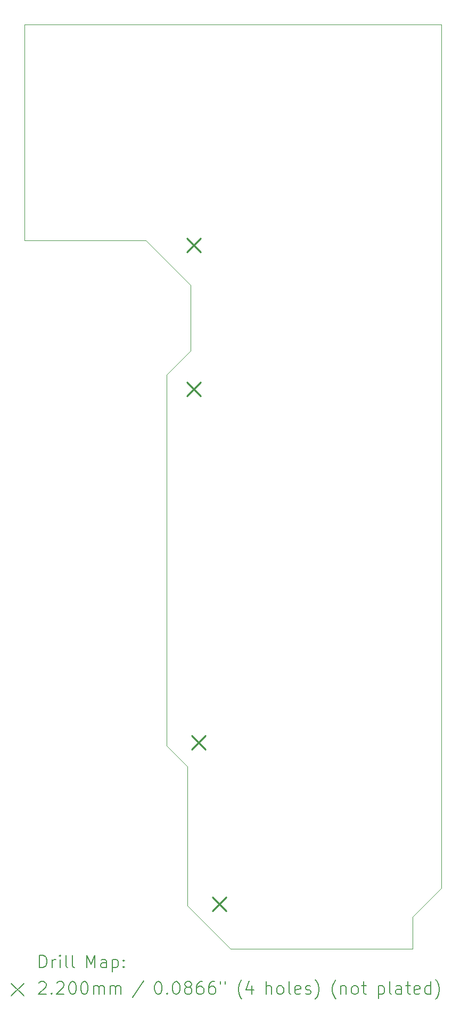
<source format=gbr>
%TF.GenerationSoftware,KiCad,Pcbnew,(7.99.0-200-gad838e3d73)*%
%TF.CreationDate,2024-03-07T11:34:17+07:00*%
%TF.ProjectId,WMS_PCB1,574d535f-5043-4423-912e-6b696361645f,rev?*%
%TF.SameCoordinates,Original*%
%TF.FileFunction,Drillmap*%
%TF.FilePolarity,Positive*%
%FSLAX45Y45*%
G04 Gerber Fmt 4.5, Leading zero omitted, Abs format (unit mm)*
G04 Created by KiCad (PCBNEW (7.99.0-200-gad838e3d73)) date 2024-03-07 11:34:17*
%MOMM*%
%LPD*%
G01*
G04 APERTURE LIST*
%ADD10C,0.100000*%
%ADD11C,0.200000*%
%ADD12C,0.220000*%
G04 APERTURE END LIST*
D10*
X3810000Y-14579600D02*
X3810000Y-8686800D01*
X1549400Y-3124200D02*
X1676400Y-3124200D01*
X8178800Y-16840200D02*
X7721600Y-17297400D01*
X3810000Y-8686800D02*
X4191000Y-8305800D01*
X1549400Y-6553200D02*
X1549400Y-3124200D01*
X6273800Y-17805400D02*
X7569200Y-17805400D01*
X8178800Y-3124200D02*
X8178800Y-16840200D01*
X4191000Y-7264400D02*
X3479800Y-6553200D01*
X4191000Y-8305800D02*
X4191000Y-7264400D01*
X7569200Y-17805400D02*
X7721600Y-17805400D01*
X4140200Y-14909800D02*
X3810000Y-14579600D01*
X1676400Y-3124200D02*
X8178800Y-3124200D01*
X4826000Y-17805400D02*
X6273800Y-17805400D01*
X7721600Y-17297400D02*
X7721600Y-17805400D01*
X3479800Y-6553200D02*
X1549400Y-6553200D01*
X4826000Y-17805400D02*
X4140200Y-17119600D01*
X4140200Y-17119600D02*
X4140200Y-14909800D01*
D11*
D12*
X4131800Y-6519400D02*
X4351800Y-6739400D01*
X4351800Y-6519400D02*
X4131800Y-6739400D01*
X4131800Y-8805400D02*
X4351800Y-9025400D01*
X4351800Y-8805400D02*
X4131800Y-9025400D01*
X4208000Y-14418800D02*
X4428000Y-14638800D01*
X4428000Y-14418800D02*
X4208000Y-14638800D01*
X4538200Y-16984200D02*
X4758200Y-17204200D01*
X4758200Y-16984200D02*
X4538200Y-17204200D01*
D11*
X1792019Y-18103876D02*
X1792019Y-17903876D01*
X1792019Y-17903876D02*
X1839638Y-17903876D01*
X1839638Y-17903876D02*
X1868209Y-17913400D01*
X1868209Y-17913400D02*
X1887257Y-17932448D01*
X1887257Y-17932448D02*
X1896781Y-17951495D01*
X1896781Y-17951495D02*
X1906305Y-17989590D01*
X1906305Y-17989590D02*
X1906305Y-18018162D01*
X1906305Y-18018162D02*
X1896781Y-18056257D01*
X1896781Y-18056257D02*
X1887257Y-18075305D01*
X1887257Y-18075305D02*
X1868209Y-18094352D01*
X1868209Y-18094352D02*
X1839638Y-18103876D01*
X1839638Y-18103876D02*
X1792019Y-18103876D01*
X1992019Y-18103876D02*
X1992019Y-17970543D01*
X1992019Y-18008638D02*
X2001543Y-17989590D01*
X2001543Y-17989590D02*
X2011067Y-17980067D01*
X2011067Y-17980067D02*
X2030114Y-17970543D01*
X2030114Y-17970543D02*
X2049162Y-17970543D01*
X2115829Y-18103876D02*
X2115829Y-17970543D01*
X2115829Y-17903876D02*
X2106305Y-17913400D01*
X2106305Y-17913400D02*
X2115829Y-17922924D01*
X2115829Y-17922924D02*
X2125352Y-17913400D01*
X2125352Y-17913400D02*
X2115829Y-17903876D01*
X2115829Y-17903876D02*
X2115829Y-17922924D01*
X2239638Y-18103876D02*
X2220590Y-18094352D01*
X2220590Y-18094352D02*
X2211067Y-18075305D01*
X2211067Y-18075305D02*
X2211067Y-17903876D01*
X2344400Y-18103876D02*
X2325352Y-18094352D01*
X2325352Y-18094352D02*
X2315829Y-18075305D01*
X2315829Y-18075305D02*
X2315829Y-17903876D01*
X2540590Y-18103876D02*
X2540590Y-17903876D01*
X2540590Y-17903876D02*
X2607257Y-18046733D01*
X2607257Y-18046733D02*
X2673924Y-17903876D01*
X2673924Y-17903876D02*
X2673924Y-18103876D01*
X2854876Y-18103876D02*
X2854876Y-17999114D01*
X2854876Y-17999114D02*
X2845352Y-17980067D01*
X2845352Y-17980067D02*
X2826305Y-17970543D01*
X2826305Y-17970543D02*
X2788209Y-17970543D01*
X2788209Y-17970543D02*
X2769162Y-17980067D01*
X2854876Y-18094352D02*
X2835828Y-18103876D01*
X2835828Y-18103876D02*
X2788209Y-18103876D01*
X2788209Y-18103876D02*
X2769162Y-18094352D01*
X2769162Y-18094352D02*
X2759638Y-18075305D01*
X2759638Y-18075305D02*
X2759638Y-18056257D01*
X2759638Y-18056257D02*
X2769162Y-18037210D01*
X2769162Y-18037210D02*
X2788209Y-18027686D01*
X2788209Y-18027686D02*
X2835828Y-18027686D01*
X2835828Y-18027686D02*
X2854876Y-18018162D01*
X2950114Y-17970543D02*
X2950114Y-18170543D01*
X2950114Y-17980067D02*
X2969162Y-17970543D01*
X2969162Y-17970543D02*
X3007257Y-17970543D01*
X3007257Y-17970543D02*
X3026305Y-17980067D01*
X3026305Y-17980067D02*
X3035828Y-17989590D01*
X3035828Y-17989590D02*
X3045352Y-18008638D01*
X3045352Y-18008638D02*
X3045352Y-18065781D01*
X3045352Y-18065781D02*
X3035828Y-18084829D01*
X3035828Y-18084829D02*
X3026305Y-18094352D01*
X3026305Y-18094352D02*
X3007257Y-18103876D01*
X3007257Y-18103876D02*
X2969162Y-18103876D01*
X2969162Y-18103876D02*
X2950114Y-18094352D01*
X3131067Y-18084829D02*
X3140590Y-18094352D01*
X3140590Y-18094352D02*
X3131067Y-18103876D01*
X3131067Y-18103876D02*
X3121543Y-18094352D01*
X3121543Y-18094352D02*
X3131067Y-18084829D01*
X3131067Y-18084829D02*
X3131067Y-18103876D01*
X3131067Y-17980067D02*
X3140590Y-17989590D01*
X3140590Y-17989590D02*
X3131067Y-17999114D01*
X3131067Y-17999114D02*
X3121543Y-17989590D01*
X3121543Y-17989590D02*
X3131067Y-17980067D01*
X3131067Y-17980067D02*
X3131067Y-17999114D01*
X1344400Y-18350400D02*
X1544400Y-18550400D01*
X1544400Y-18350400D02*
X1344400Y-18550400D01*
X1782495Y-18342924D02*
X1792019Y-18333400D01*
X1792019Y-18333400D02*
X1811067Y-18323876D01*
X1811067Y-18323876D02*
X1858686Y-18323876D01*
X1858686Y-18323876D02*
X1877733Y-18333400D01*
X1877733Y-18333400D02*
X1887257Y-18342924D01*
X1887257Y-18342924D02*
X1896781Y-18361971D01*
X1896781Y-18361971D02*
X1896781Y-18381019D01*
X1896781Y-18381019D02*
X1887257Y-18409590D01*
X1887257Y-18409590D02*
X1772971Y-18523876D01*
X1772971Y-18523876D02*
X1896781Y-18523876D01*
X1982495Y-18504829D02*
X1992019Y-18514352D01*
X1992019Y-18514352D02*
X1982495Y-18523876D01*
X1982495Y-18523876D02*
X1972971Y-18514352D01*
X1972971Y-18514352D02*
X1982495Y-18504829D01*
X1982495Y-18504829D02*
X1982495Y-18523876D01*
X2068209Y-18342924D02*
X2077733Y-18333400D01*
X2077733Y-18333400D02*
X2096781Y-18323876D01*
X2096781Y-18323876D02*
X2144400Y-18323876D01*
X2144400Y-18323876D02*
X2163448Y-18333400D01*
X2163448Y-18333400D02*
X2172971Y-18342924D01*
X2172971Y-18342924D02*
X2182495Y-18361971D01*
X2182495Y-18361971D02*
X2182495Y-18381019D01*
X2182495Y-18381019D02*
X2172971Y-18409590D01*
X2172971Y-18409590D02*
X2058686Y-18523876D01*
X2058686Y-18523876D02*
X2182495Y-18523876D01*
X2306305Y-18323876D02*
X2325352Y-18323876D01*
X2325352Y-18323876D02*
X2344400Y-18333400D01*
X2344400Y-18333400D02*
X2353924Y-18342924D01*
X2353924Y-18342924D02*
X2363448Y-18361971D01*
X2363448Y-18361971D02*
X2372971Y-18400067D01*
X2372971Y-18400067D02*
X2372971Y-18447686D01*
X2372971Y-18447686D02*
X2363448Y-18485781D01*
X2363448Y-18485781D02*
X2353924Y-18504829D01*
X2353924Y-18504829D02*
X2344400Y-18514352D01*
X2344400Y-18514352D02*
X2325352Y-18523876D01*
X2325352Y-18523876D02*
X2306305Y-18523876D01*
X2306305Y-18523876D02*
X2287257Y-18514352D01*
X2287257Y-18514352D02*
X2277733Y-18504829D01*
X2277733Y-18504829D02*
X2268210Y-18485781D01*
X2268210Y-18485781D02*
X2258686Y-18447686D01*
X2258686Y-18447686D02*
X2258686Y-18400067D01*
X2258686Y-18400067D02*
X2268210Y-18361971D01*
X2268210Y-18361971D02*
X2277733Y-18342924D01*
X2277733Y-18342924D02*
X2287257Y-18333400D01*
X2287257Y-18333400D02*
X2306305Y-18323876D01*
X2496781Y-18323876D02*
X2515829Y-18323876D01*
X2515829Y-18323876D02*
X2534876Y-18333400D01*
X2534876Y-18333400D02*
X2544400Y-18342924D01*
X2544400Y-18342924D02*
X2553924Y-18361971D01*
X2553924Y-18361971D02*
X2563448Y-18400067D01*
X2563448Y-18400067D02*
X2563448Y-18447686D01*
X2563448Y-18447686D02*
X2553924Y-18485781D01*
X2553924Y-18485781D02*
X2544400Y-18504829D01*
X2544400Y-18504829D02*
X2534876Y-18514352D01*
X2534876Y-18514352D02*
X2515829Y-18523876D01*
X2515829Y-18523876D02*
X2496781Y-18523876D01*
X2496781Y-18523876D02*
X2477733Y-18514352D01*
X2477733Y-18514352D02*
X2468210Y-18504829D01*
X2468210Y-18504829D02*
X2458686Y-18485781D01*
X2458686Y-18485781D02*
X2449162Y-18447686D01*
X2449162Y-18447686D02*
X2449162Y-18400067D01*
X2449162Y-18400067D02*
X2458686Y-18361971D01*
X2458686Y-18361971D02*
X2468210Y-18342924D01*
X2468210Y-18342924D02*
X2477733Y-18333400D01*
X2477733Y-18333400D02*
X2496781Y-18323876D01*
X2649162Y-18523876D02*
X2649162Y-18390543D01*
X2649162Y-18409590D02*
X2658686Y-18400067D01*
X2658686Y-18400067D02*
X2677733Y-18390543D01*
X2677733Y-18390543D02*
X2706305Y-18390543D01*
X2706305Y-18390543D02*
X2725352Y-18400067D01*
X2725352Y-18400067D02*
X2734876Y-18419114D01*
X2734876Y-18419114D02*
X2734876Y-18523876D01*
X2734876Y-18419114D02*
X2744400Y-18400067D01*
X2744400Y-18400067D02*
X2763448Y-18390543D01*
X2763448Y-18390543D02*
X2792019Y-18390543D01*
X2792019Y-18390543D02*
X2811067Y-18400067D01*
X2811067Y-18400067D02*
X2820590Y-18419114D01*
X2820590Y-18419114D02*
X2820590Y-18523876D01*
X2915829Y-18523876D02*
X2915829Y-18390543D01*
X2915829Y-18409590D02*
X2925352Y-18400067D01*
X2925352Y-18400067D02*
X2944400Y-18390543D01*
X2944400Y-18390543D02*
X2972971Y-18390543D01*
X2972971Y-18390543D02*
X2992019Y-18400067D01*
X2992019Y-18400067D02*
X3001543Y-18419114D01*
X3001543Y-18419114D02*
X3001543Y-18523876D01*
X3001543Y-18419114D02*
X3011067Y-18400067D01*
X3011067Y-18400067D02*
X3030114Y-18390543D01*
X3030114Y-18390543D02*
X3058686Y-18390543D01*
X3058686Y-18390543D02*
X3077733Y-18400067D01*
X3077733Y-18400067D02*
X3087257Y-18419114D01*
X3087257Y-18419114D02*
X3087257Y-18523876D01*
X3445352Y-18314352D02*
X3273924Y-18571495D01*
X3670114Y-18323876D02*
X3689162Y-18323876D01*
X3689162Y-18323876D02*
X3708210Y-18333400D01*
X3708210Y-18333400D02*
X3717733Y-18342924D01*
X3717733Y-18342924D02*
X3727257Y-18361971D01*
X3727257Y-18361971D02*
X3736781Y-18400067D01*
X3736781Y-18400067D02*
X3736781Y-18447686D01*
X3736781Y-18447686D02*
X3727257Y-18485781D01*
X3727257Y-18485781D02*
X3717733Y-18504829D01*
X3717733Y-18504829D02*
X3708210Y-18514352D01*
X3708210Y-18514352D02*
X3689162Y-18523876D01*
X3689162Y-18523876D02*
X3670114Y-18523876D01*
X3670114Y-18523876D02*
X3651067Y-18514352D01*
X3651067Y-18514352D02*
X3641543Y-18504829D01*
X3641543Y-18504829D02*
X3632019Y-18485781D01*
X3632019Y-18485781D02*
X3622495Y-18447686D01*
X3622495Y-18447686D02*
X3622495Y-18400067D01*
X3622495Y-18400067D02*
X3632019Y-18361971D01*
X3632019Y-18361971D02*
X3641543Y-18342924D01*
X3641543Y-18342924D02*
X3651067Y-18333400D01*
X3651067Y-18333400D02*
X3670114Y-18323876D01*
X3822495Y-18504829D02*
X3832019Y-18514352D01*
X3832019Y-18514352D02*
X3822495Y-18523876D01*
X3822495Y-18523876D02*
X3812971Y-18514352D01*
X3812971Y-18514352D02*
X3822495Y-18504829D01*
X3822495Y-18504829D02*
X3822495Y-18523876D01*
X3955829Y-18323876D02*
X3974876Y-18323876D01*
X3974876Y-18323876D02*
X3993924Y-18333400D01*
X3993924Y-18333400D02*
X4003448Y-18342924D01*
X4003448Y-18342924D02*
X4012971Y-18361971D01*
X4012971Y-18361971D02*
X4022495Y-18400067D01*
X4022495Y-18400067D02*
X4022495Y-18447686D01*
X4022495Y-18447686D02*
X4012971Y-18485781D01*
X4012971Y-18485781D02*
X4003448Y-18504829D01*
X4003448Y-18504829D02*
X3993924Y-18514352D01*
X3993924Y-18514352D02*
X3974876Y-18523876D01*
X3974876Y-18523876D02*
X3955829Y-18523876D01*
X3955829Y-18523876D02*
X3936781Y-18514352D01*
X3936781Y-18514352D02*
X3927257Y-18504829D01*
X3927257Y-18504829D02*
X3917733Y-18485781D01*
X3917733Y-18485781D02*
X3908210Y-18447686D01*
X3908210Y-18447686D02*
X3908210Y-18400067D01*
X3908210Y-18400067D02*
X3917733Y-18361971D01*
X3917733Y-18361971D02*
X3927257Y-18342924D01*
X3927257Y-18342924D02*
X3936781Y-18333400D01*
X3936781Y-18333400D02*
X3955829Y-18323876D01*
X4136781Y-18409590D02*
X4117733Y-18400067D01*
X4117733Y-18400067D02*
X4108210Y-18390543D01*
X4108210Y-18390543D02*
X4098686Y-18371495D01*
X4098686Y-18371495D02*
X4098686Y-18361971D01*
X4098686Y-18361971D02*
X4108210Y-18342924D01*
X4108210Y-18342924D02*
X4117733Y-18333400D01*
X4117733Y-18333400D02*
X4136781Y-18323876D01*
X4136781Y-18323876D02*
X4174876Y-18323876D01*
X4174876Y-18323876D02*
X4193924Y-18333400D01*
X4193924Y-18333400D02*
X4203448Y-18342924D01*
X4203448Y-18342924D02*
X4212972Y-18361971D01*
X4212972Y-18361971D02*
X4212972Y-18371495D01*
X4212972Y-18371495D02*
X4203448Y-18390543D01*
X4203448Y-18390543D02*
X4193924Y-18400067D01*
X4193924Y-18400067D02*
X4174876Y-18409590D01*
X4174876Y-18409590D02*
X4136781Y-18409590D01*
X4136781Y-18409590D02*
X4117733Y-18419114D01*
X4117733Y-18419114D02*
X4108210Y-18428638D01*
X4108210Y-18428638D02*
X4098686Y-18447686D01*
X4098686Y-18447686D02*
X4098686Y-18485781D01*
X4098686Y-18485781D02*
X4108210Y-18504829D01*
X4108210Y-18504829D02*
X4117733Y-18514352D01*
X4117733Y-18514352D02*
X4136781Y-18523876D01*
X4136781Y-18523876D02*
X4174876Y-18523876D01*
X4174876Y-18523876D02*
X4193924Y-18514352D01*
X4193924Y-18514352D02*
X4203448Y-18504829D01*
X4203448Y-18504829D02*
X4212972Y-18485781D01*
X4212972Y-18485781D02*
X4212972Y-18447686D01*
X4212972Y-18447686D02*
X4203448Y-18428638D01*
X4203448Y-18428638D02*
X4193924Y-18419114D01*
X4193924Y-18419114D02*
X4174876Y-18409590D01*
X4384400Y-18323876D02*
X4346305Y-18323876D01*
X4346305Y-18323876D02*
X4327257Y-18333400D01*
X4327257Y-18333400D02*
X4317733Y-18342924D01*
X4317733Y-18342924D02*
X4298686Y-18371495D01*
X4298686Y-18371495D02*
X4289162Y-18409590D01*
X4289162Y-18409590D02*
X4289162Y-18485781D01*
X4289162Y-18485781D02*
X4298686Y-18504829D01*
X4298686Y-18504829D02*
X4308210Y-18514352D01*
X4308210Y-18514352D02*
X4327257Y-18523876D01*
X4327257Y-18523876D02*
X4365353Y-18523876D01*
X4365353Y-18523876D02*
X4384400Y-18514352D01*
X4384400Y-18514352D02*
X4393924Y-18504829D01*
X4393924Y-18504829D02*
X4403448Y-18485781D01*
X4403448Y-18485781D02*
X4403448Y-18438162D01*
X4403448Y-18438162D02*
X4393924Y-18419114D01*
X4393924Y-18419114D02*
X4384400Y-18409590D01*
X4384400Y-18409590D02*
X4365353Y-18400067D01*
X4365353Y-18400067D02*
X4327257Y-18400067D01*
X4327257Y-18400067D02*
X4308210Y-18409590D01*
X4308210Y-18409590D02*
X4298686Y-18419114D01*
X4298686Y-18419114D02*
X4289162Y-18438162D01*
X4574876Y-18323876D02*
X4536781Y-18323876D01*
X4536781Y-18323876D02*
X4517733Y-18333400D01*
X4517733Y-18333400D02*
X4508210Y-18342924D01*
X4508210Y-18342924D02*
X4489162Y-18371495D01*
X4489162Y-18371495D02*
X4479638Y-18409590D01*
X4479638Y-18409590D02*
X4479638Y-18485781D01*
X4479638Y-18485781D02*
X4489162Y-18504829D01*
X4489162Y-18504829D02*
X4498686Y-18514352D01*
X4498686Y-18514352D02*
X4517733Y-18523876D01*
X4517733Y-18523876D02*
X4555829Y-18523876D01*
X4555829Y-18523876D02*
X4574876Y-18514352D01*
X4574876Y-18514352D02*
X4584400Y-18504829D01*
X4584400Y-18504829D02*
X4593924Y-18485781D01*
X4593924Y-18485781D02*
X4593924Y-18438162D01*
X4593924Y-18438162D02*
X4584400Y-18419114D01*
X4584400Y-18419114D02*
X4574876Y-18409590D01*
X4574876Y-18409590D02*
X4555829Y-18400067D01*
X4555829Y-18400067D02*
X4517733Y-18400067D01*
X4517733Y-18400067D02*
X4498686Y-18409590D01*
X4498686Y-18409590D02*
X4489162Y-18419114D01*
X4489162Y-18419114D02*
X4479638Y-18438162D01*
X4670114Y-18323876D02*
X4670114Y-18361971D01*
X4746305Y-18323876D02*
X4746305Y-18361971D01*
X5009162Y-18600067D02*
X4999638Y-18590543D01*
X4999638Y-18590543D02*
X4980591Y-18561971D01*
X4980591Y-18561971D02*
X4971067Y-18542924D01*
X4971067Y-18542924D02*
X4961543Y-18514352D01*
X4961543Y-18514352D02*
X4952019Y-18466733D01*
X4952019Y-18466733D02*
X4952019Y-18428638D01*
X4952019Y-18428638D02*
X4961543Y-18381019D01*
X4961543Y-18381019D02*
X4971067Y-18352448D01*
X4971067Y-18352448D02*
X4980591Y-18333400D01*
X4980591Y-18333400D02*
X4999638Y-18304829D01*
X4999638Y-18304829D02*
X5009162Y-18295305D01*
X5171067Y-18390543D02*
X5171067Y-18523876D01*
X5123448Y-18314352D02*
X5075829Y-18457210D01*
X5075829Y-18457210D02*
X5199638Y-18457210D01*
X5395829Y-18523876D02*
X5395829Y-18323876D01*
X5481543Y-18523876D02*
X5481543Y-18419114D01*
X5481543Y-18419114D02*
X5472019Y-18400067D01*
X5472019Y-18400067D02*
X5452972Y-18390543D01*
X5452972Y-18390543D02*
X5424400Y-18390543D01*
X5424400Y-18390543D02*
X5405353Y-18400067D01*
X5405353Y-18400067D02*
X5395829Y-18409590D01*
X5605352Y-18523876D02*
X5586305Y-18514352D01*
X5586305Y-18514352D02*
X5576781Y-18504829D01*
X5576781Y-18504829D02*
X5567257Y-18485781D01*
X5567257Y-18485781D02*
X5567257Y-18428638D01*
X5567257Y-18428638D02*
X5576781Y-18409590D01*
X5576781Y-18409590D02*
X5586305Y-18400067D01*
X5586305Y-18400067D02*
X5605352Y-18390543D01*
X5605352Y-18390543D02*
X5633924Y-18390543D01*
X5633924Y-18390543D02*
X5652972Y-18400067D01*
X5652972Y-18400067D02*
X5662495Y-18409590D01*
X5662495Y-18409590D02*
X5672019Y-18428638D01*
X5672019Y-18428638D02*
X5672019Y-18485781D01*
X5672019Y-18485781D02*
X5662495Y-18504829D01*
X5662495Y-18504829D02*
X5652972Y-18514352D01*
X5652972Y-18514352D02*
X5633924Y-18523876D01*
X5633924Y-18523876D02*
X5605352Y-18523876D01*
X5786305Y-18523876D02*
X5767257Y-18514352D01*
X5767257Y-18514352D02*
X5757733Y-18495305D01*
X5757733Y-18495305D02*
X5757733Y-18323876D01*
X5938686Y-18514352D02*
X5919638Y-18523876D01*
X5919638Y-18523876D02*
X5881543Y-18523876D01*
X5881543Y-18523876D02*
X5862495Y-18514352D01*
X5862495Y-18514352D02*
X5852972Y-18495305D01*
X5852972Y-18495305D02*
X5852972Y-18419114D01*
X5852972Y-18419114D02*
X5862495Y-18400067D01*
X5862495Y-18400067D02*
X5881543Y-18390543D01*
X5881543Y-18390543D02*
X5919638Y-18390543D01*
X5919638Y-18390543D02*
X5938686Y-18400067D01*
X5938686Y-18400067D02*
X5948210Y-18419114D01*
X5948210Y-18419114D02*
X5948210Y-18438162D01*
X5948210Y-18438162D02*
X5852972Y-18457210D01*
X6024400Y-18514352D02*
X6043448Y-18523876D01*
X6043448Y-18523876D02*
X6081543Y-18523876D01*
X6081543Y-18523876D02*
X6100591Y-18514352D01*
X6100591Y-18514352D02*
X6110114Y-18495305D01*
X6110114Y-18495305D02*
X6110114Y-18485781D01*
X6110114Y-18485781D02*
X6100591Y-18466733D01*
X6100591Y-18466733D02*
X6081543Y-18457210D01*
X6081543Y-18457210D02*
X6052972Y-18457210D01*
X6052972Y-18457210D02*
X6033924Y-18447686D01*
X6033924Y-18447686D02*
X6024400Y-18428638D01*
X6024400Y-18428638D02*
X6024400Y-18419114D01*
X6024400Y-18419114D02*
X6033924Y-18400067D01*
X6033924Y-18400067D02*
X6052972Y-18390543D01*
X6052972Y-18390543D02*
X6081543Y-18390543D01*
X6081543Y-18390543D02*
X6100591Y-18400067D01*
X6176781Y-18600067D02*
X6186305Y-18590543D01*
X6186305Y-18590543D02*
X6205353Y-18561971D01*
X6205353Y-18561971D02*
X6214876Y-18542924D01*
X6214876Y-18542924D02*
X6224400Y-18514352D01*
X6224400Y-18514352D02*
X6233924Y-18466733D01*
X6233924Y-18466733D02*
X6233924Y-18428638D01*
X6233924Y-18428638D02*
X6224400Y-18381019D01*
X6224400Y-18381019D02*
X6214876Y-18352448D01*
X6214876Y-18352448D02*
X6205353Y-18333400D01*
X6205353Y-18333400D02*
X6186305Y-18304829D01*
X6186305Y-18304829D02*
X6176781Y-18295305D01*
X6506305Y-18600067D02*
X6496781Y-18590543D01*
X6496781Y-18590543D02*
X6477733Y-18561971D01*
X6477733Y-18561971D02*
X6468210Y-18542924D01*
X6468210Y-18542924D02*
X6458686Y-18514352D01*
X6458686Y-18514352D02*
X6449162Y-18466733D01*
X6449162Y-18466733D02*
X6449162Y-18428638D01*
X6449162Y-18428638D02*
X6458686Y-18381019D01*
X6458686Y-18381019D02*
X6468210Y-18352448D01*
X6468210Y-18352448D02*
X6477733Y-18333400D01*
X6477733Y-18333400D02*
X6496781Y-18304829D01*
X6496781Y-18304829D02*
X6506305Y-18295305D01*
X6582495Y-18390543D02*
X6582495Y-18523876D01*
X6582495Y-18409590D02*
X6592019Y-18400067D01*
X6592019Y-18400067D02*
X6611067Y-18390543D01*
X6611067Y-18390543D02*
X6639638Y-18390543D01*
X6639638Y-18390543D02*
X6658686Y-18400067D01*
X6658686Y-18400067D02*
X6668210Y-18419114D01*
X6668210Y-18419114D02*
X6668210Y-18523876D01*
X6792019Y-18523876D02*
X6772972Y-18514352D01*
X6772972Y-18514352D02*
X6763448Y-18504829D01*
X6763448Y-18504829D02*
X6753924Y-18485781D01*
X6753924Y-18485781D02*
X6753924Y-18428638D01*
X6753924Y-18428638D02*
X6763448Y-18409590D01*
X6763448Y-18409590D02*
X6772972Y-18400067D01*
X6772972Y-18400067D02*
X6792019Y-18390543D01*
X6792019Y-18390543D02*
X6820591Y-18390543D01*
X6820591Y-18390543D02*
X6839638Y-18400067D01*
X6839638Y-18400067D02*
X6849162Y-18409590D01*
X6849162Y-18409590D02*
X6858686Y-18428638D01*
X6858686Y-18428638D02*
X6858686Y-18485781D01*
X6858686Y-18485781D02*
X6849162Y-18504829D01*
X6849162Y-18504829D02*
X6839638Y-18514352D01*
X6839638Y-18514352D02*
X6820591Y-18523876D01*
X6820591Y-18523876D02*
X6792019Y-18523876D01*
X6915829Y-18390543D02*
X6992019Y-18390543D01*
X6944400Y-18323876D02*
X6944400Y-18495305D01*
X6944400Y-18495305D02*
X6953924Y-18514352D01*
X6953924Y-18514352D02*
X6972972Y-18523876D01*
X6972972Y-18523876D02*
X6992019Y-18523876D01*
X7178686Y-18390543D02*
X7178686Y-18590543D01*
X7178686Y-18400067D02*
X7197733Y-18390543D01*
X7197733Y-18390543D02*
X7235829Y-18390543D01*
X7235829Y-18390543D02*
X7254876Y-18400067D01*
X7254876Y-18400067D02*
X7264400Y-18409590D01*
X7264400Y-18409590D02*
X7273924Y-18428638D01*
X7273924Y-18428638D02*
X7273924Y-18485781D01*
X7273924Y-18485781D02*
X7264400Y-18504829D01*
X7264400Y-18504829D02*
X7254876Y-18514352D01*
X7254876Y-18514352D02*
X7235829Y-18523876D01*
X7235829Y-18523876D02*
X7197733Y-18523876D01*
X7197733Y-18523876D02*
X7178686Y-18514352D01*
X7388210Y-18523876D02*
X7369162Y-18514352D01*
X7369162Y-18514352D02*
X7359638Y-18495305D01*
X7359638Y-18495305D02*
X7359638Y-18323876D01*
X7550114Y-18523876D02*
X7550114Y-18419114D01*
X7550114Y-18419114D02*
X7540591Y-18400067D01*
X7540591Y-18400067D02*
X7521543Y-18390543D01*
X7521543Y-18390543D02*
X7483448Y-18390543D01*
X7483448Y-18390543D02*
X7464400Y-18400067D01*
X7550114Y-18514352D02*
X7531067Y-18523876D01*
X7531067Y-18523876D02*
X7483448Y-18523876D01*
X7483448Y-18523876D02*
X7464400Y-18514352D01*
X7464400Y-18514352D02*
X7454876Y-18495305D01*
X7454876Y-18495305D02*
X7454876Y-18476257D01*
X7454876Y-18476257D02*
X7464400Y-18457210D01*
X7464400Y-18457210D02*
X7483448Y-18447686D01*
X7483448Y-18447686D02*
X7531067Y-18447686D01*
X7531067Y-18447686D02*
X7550114Y-18438162D01*
X7616781Y-18390543D02*
X7692972Y-18390543D01*
X7645353Y-18323876D02*
X7645353Y-18495305D01*
X7645353Y-18495305D02*
X7654876Y-18514352D01*
X7654876Y-18514352D02*
X7673924Y-18523876D01*
X7673924Y-18523876D02*
X7692972Y-18523876D01*
X7835829Y-18514352D02*
X7816781Y-18523876D01*
X7816781Y-18523876D02*
X7778686Y-18523876D01*
X7778686Y-18523876D02*
X7759638Y-18514352D01*
X7759638Y-18514352D02*
X7750114Y-18495305D01*
X7750114Y-18495305D02*
X7750114Y-18419114D01*
X7750114Y-18419114D02*
X7759638Y-18400067D01*
X7759638Y-18400067D02*
X7778686Y-18390543D01*
X7778686Y-18390543D02*
X7816781Y-18390543D01*
X7816781Y-18390543D02*
X7835829Y-18400067D01*
X7835829Y-18400067D02*
X7845353Y-18419114D01*
X7845353Y-18419114D02*
X7845353Y-18438162D01*
X7845353Y-18438162D02*
X7750114Y-18457210D01*
X8016781Y-18523876D02*
X8016781Y-18323876D01*
X8016781Y-18514352D02*
X7997734Y-18523876D01*
X7997734Y-18523876D02*
X7959638Y-18523876D01*
X7959638Y-18523876D02*
X7940591Y-18514352D01*
X7940591Y-18514352D02*
X7931067Y-18504829D01*
X7931067Y-18504829D02*
X7921543Y-18485781D01*
X7921543Y-18485781D02*
X7921543Y-18428638D01*
X7921543Y-18428638D02*
X7931067Y-18409590D01*
X7931067Y-18409590D02*
X7940591Y-18400067D01*
X7940591Y-18400067D02*
X7959638Y-18390543D01*
X7959638Y-18390543D02*
X7997734Y-18390543D01*
X7997734Y-18390543D02*
X8016781Y-18400067D01*
X8092972Y-18600067D02*
X8102495Y-18590543D01*
X8102495Y-18590543D02*
X8121543Y-18561971D01*
X8121543Y-18561971D02*
X8131067Y-18542924D01*
X8131067Y-18542924D02*
X8140591Y-18514352D01*
X8140591Y-18514352D02*
X8150114Y-18466733D01*
X8150114Y-18466733D02*
X8150114Y-18428638D01*
X8150114Y-18428638D02*
X8140591Y-18381019D01*
X8140591Y-18381019D02*
X8131067Y-18352448D01*
X8131067Y-18352448D02*
X8121543Y-18333400D01*
X8121543Y-18333400D02*
X8102495Y-18304829D01*
X8102495Y-18304829D02*
X8092972Y-18295305D01*
M02*

</source>
